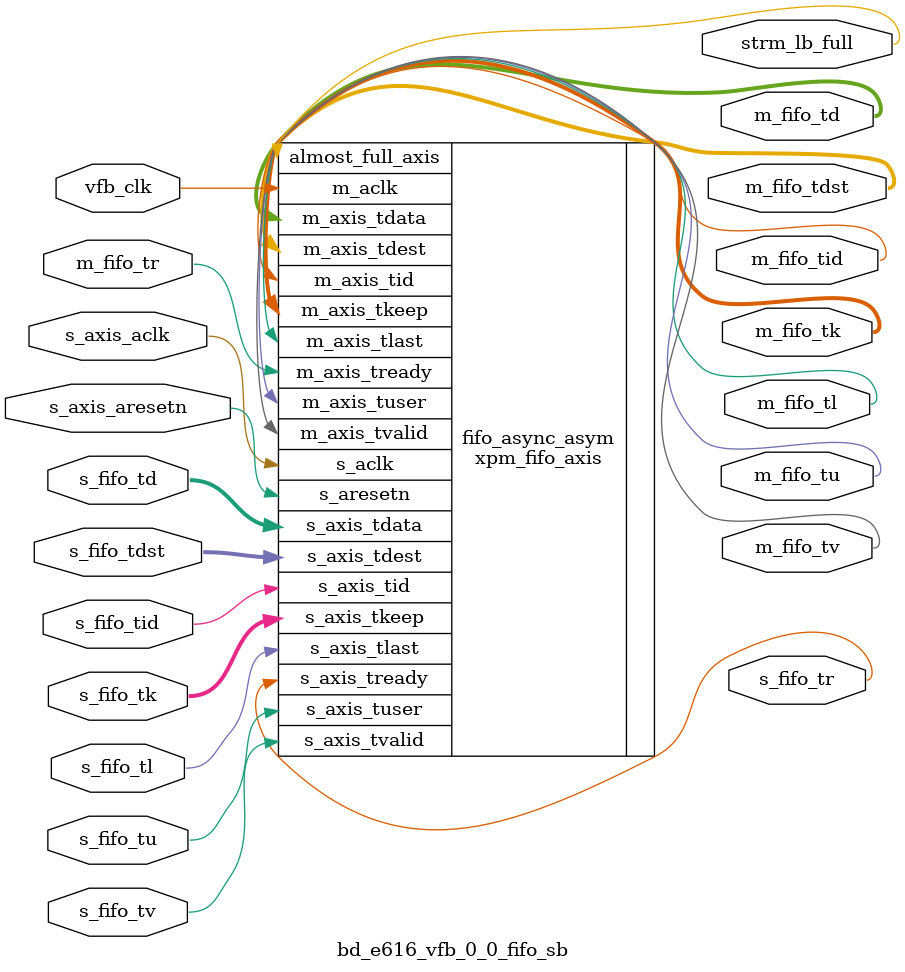
<source format=v>
`timescale 1ps/1ps
module bd_e616_vfb_0_0_fifo_sb (
  input            s_axis_aclk    ,

  input         s_axis_aresetn ,
  input            vfb_clk        ,
  output    s_fifo_tr      ,
  input     s_fifo_tv      ,
  input      [32-1:0]  s_fifo_td      ,
  input      s_fifo_tid    ,   
  input      [1-1:0]  s_fifo_tu      ,
  input [9:0]      s_fifo_tdst      ,
  input      [4-1:0] s_fifo_tk      ,
  input      s_fifo_tl      ,
  input     m_fifo_tr      ,
  output     m_fifo_tv      ,
  output   [32-1:0]   m_fifo_td      ,
  output      m_fifo_tid    ,   
  output [9:0]    m_fifo_tdst    ,   
  output   [1-1:0]  m_fifo_tu      ,
  output    [4-1:0] m_fifo_tk      ,
  output      m_fifo_tl     , 
  output  strm_lb_full   
);

xpm_fifo_axis#(
      .CLOCKING_MODE("independent_clock"), // String
      .ECC_MODE("no_ecc"),            // String
      .FIFO_DEPTH(2048),              // DECIMAL
      .FIFO_MEMORY_TYPE("block"),      // String
      .PACKET_FIFO("false"),          // String
      .PROG_EMPTY_THRESH(10),         // DECIMAL
      .PROG_FULL_THRESH(2043),          // DECIMAL
      .RD_DATA_COUNT_WIDTH(1),        // DECIMAL
      .RELATED_CLOCKS(0),             // DECIMAL
      .SIM_ASSERT_CHK(0),             // DECIMAL; 0=disable simulation messages, 1=enable simulation messages
      .TDATA_WIDTH(32),               // DECIMAL
      .TDEST_WIDTH(10),                // DECIMAL
      .TID_WIDTH(1),                  // DECIMAL
      .TUSER_WIDTH(1),                // DECIMAL
      .USE_ADV_FEATURES("1000"),      // String
      .WR_DATA_COUNT_WIDTH(1)         // DECIMAL
 ) fifo_async_asym(
  .s_aclk            (s_axis_aclk    ),
  .s_aresetn         (s_axis_aresetn ),
  .m_aclk            (vfb_clk        ),
  .s_axis_tready     (s_fifo_tr      ),
  .s_axis_tvalid     (s_fifo_tv      ),
  .s_axis_tdata      (s_fifo_td      ),
  .s_axis_tid      ( s_fifo_tid      ),
  .s_axis_tuser      (s_fifo_tu      ),
  .s_axis_tdest      (s_fifo_tdst      ),
  .s_axis_tkeep      (s_fifo_tk      ),
  .s_axis_tlast      (s_fifo_tl      ),
  .m_axis_tready     (m_fifo_tr      ),
  .m_axis_tvalid     (m_fifo_tv      ),
  .m_axis_tdata      (m_fifo_td      ),
  .m_axis_tid        (m_fifo_tid      ),
  .m_axis_tdest      (m_fifo_tdst     ),
  .m_axis_tuser      (m_fifo_tu      ),
  .m_axis_tkeep      (m_fifo_tk      ),
  .m_axis_tlast      (m_fifo_tl      ),
  .almost_full_axis  (strm_lb_full   )
);
endmodule

</source>
